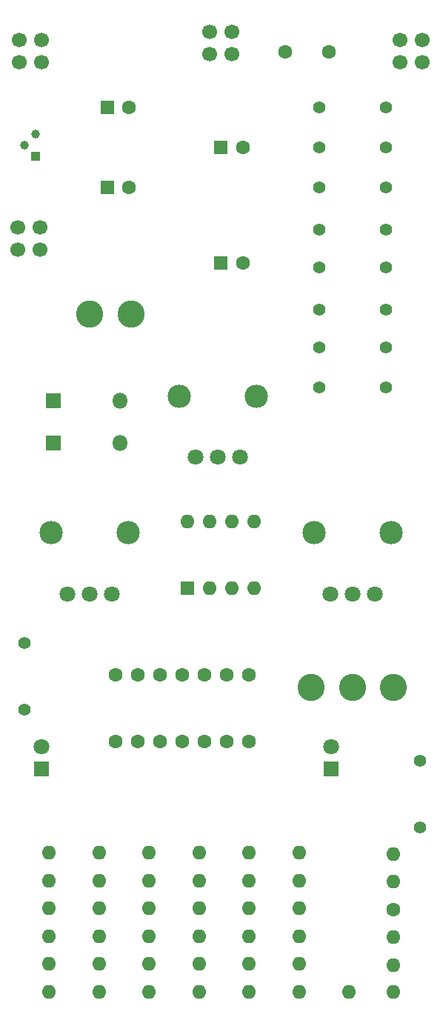
<source format=gbr>
G04 #@! TF.GenerationSoftware,KiCad,Pcbnew,(5.0.0-rc2-dev-311-g1dd4af297)*
G04 #@! TF.CreationDate,2018-04-22T13:53:34-07:00*
G04 #@! TF.ProjectId,workshop_drum1.2,776F726B73686F705F6472756D312E32,rev?*
G04 #@! TF.SameCoordinates,Original*
G04 #@! TF.FileFunction,Soldermask,Top*
G04 #@! TF.FilePolarity,Negative*
%FSLAX46Y46*%
G04 Gerber Fmt 4.6, Leading zero omitted, Abs format (unit mm)*
G04 Created by KiCad (PCBNEW (5.0.0-rc2-dev-311-g1dd4af297)) date 04/22/18 13:53:34*
%MOMM*%
%LPD*%
G01*
G04 APERTURE LIST*
%ADD10C,3.100000*%
%ADD11C,1.700000*%
%ADD12C,1.600000*%
%ADD13O,1.600000X1.600000*%
%ADD14C,1.397000*%
%ADD15R,1.600000X1.600000*%
%ADD16R,1.800000X1.800000*%
%ADD17C,1.800000*%
%ADD18O,1.800000X1.800000*%
%ADD19R,1.000000X1.000000*%
%ADD20C,1.000000*%
%ADD21C,2.667000*%
%ADD22C,1.803400*%
G04 APERTURE END LIST*
D10*
X167636000Y-115062000D03*
X162936000Y-115062000D03*
X158236000Y-115062000D03*
X132936000Y-72400000D03*
X137636000Y-72400000D03*
D11*
X149206000Y-40130000D03*
X146666000Y-40130000D03*
X146666000Y-42670000D03*
X149206000Y-42670000D03*
X127254000Y-65024000D03*
X127254000Y-62484000D03*
X124714000Y-62484000D03*
X124714000Y-65024000D03*
D12*
X148590000Y-121285000D03*
X148590000Y-113665000D03*
D13*
X167640000Y-149860000D03*
X128270000Y-149860000D03*
X133985000Y-149860000D03*
X139700000Y-149860000D03*
X145415000Y-149860000D03*
X151130000Y-149860000D03*
X133985000Y-143510000D03*
X133985000Y-133985000D03*
X133985000Y-140335000D03*
X133985000Y-146685000D03*
X133985000Y-137160000D03*
X128270000Y-133985000D03*
X128270000Y-146685000D03*
X128270000Y-143510000D03*
X128270000Y-140335000D03*
X128270000Y-137160000D03*
X145415000Y-143510000D03*
X145415000Y-133985000D03*
X139700000Y-137160000D03*
X145415000Y-146685000D03*
X139700000Y-133985000D03*
X145415000Y-137160000D03*
X139700000Y-146685000D03*
X139700000Y-143510000D03*
X145415000Y-140335000D03*
X139700000Y-140335000D03*
X151130000Y-146685000D03*
X151130000Y-133985000D03*
X151130000Y-143510000D03*
X151130000Y-140335000D03*
X156845000Y-143510000D03*
X156845000Y-146685000D03*
X156845000Y-137160000D03*
X156845000Y-133985000D03*
X156845000Y-140335000D03*
X151130000Y-137160000D03*
X162560000Y-149860000D03*
X156845000Y-149860000D03*
D12*
X135890000Y-121285000D03*
X138430000Y-121285000D03*
X140970000Y-121285000D03*
X143510000Y-121285000D03*
X146050000Y-121285000D03*
X151130000Y-121285000D03*
X135890000Y-113665000D03*
X138430000Y-113665000D03*
X140970000Y-113665000D03*
X143510000Y-113665000D03*
X146050000Y-113665000D03*
X151130000Y-113665000D03*
D11*
X127436000Y-43670000D03*
X127436000Y-41130000D03*
X124896000Y-41130000D03*
X124896000Y-43670000D03*
X170942000Y-43670000D03*
X170942000Y-41130000D03*
X168402000Y-41130000D03*
X168402000Y-43670000D03*
D14*
X159126000Y-71882000D03*
X166746000Y-71882000D03*
D15*
X144126000Y-103710000D03*
D13*
X151746000Y-96090000D03*
X146666000Y-103710000D03*
X149206000Y-96090000D03*
X149206000Y-103710000D03*
X146666000Y-96090000D03*
X151746000Y-103710000D03*
X144126000Y-96090000D03*
X167640000Y-134112000D03*
X167640000Y-143637000D03*
X167640000Y-137287000D03*
D12*
X167640000Y-140462000D03*
D13*
X167640000Y-146812000D03*
D16*
X127436000Y-124400000D03*
D17*
X127436000Y-121860000D03*
X160528000Y-121860000D03*
D16*
X160528000Y-124400000D03*
D12*
X160274000Y-42418000D03*
X155274000Y-42418000D03*
X137436000Y-57912000D03*
D15*
X134936000Y-57912000D03*
X147936000Y-53340000D03*
D12*
X150436000Y-53340000D03*
X137436000Y-48768000D03*
D15*
X134936000Y-48768000D03*
X147936000Y-66548000D03*
D12*
X150436000Y-66548000D03*
D18*
X136398000Y-87122000D03*
D16*
X128778000Y-87122000D03*
X128778000Y-82296000D03*
D18*
X136398000Y-82296000D03*
D14*
X170688000Y-123444000D03*
X170688000Y-131064000D03*
X159126000Y-48768000D03*
X166746000Y-48768000D03*
X166746000Y-67056000D03*
X159126000Y-67056000D03*
X166746000Y-62738000D03*
X159126000Y-62738000D03*
X166746000Y-80772000D03*
X159126000Y-80772000D03*
X125476000Y-117602000D03*
X125476000Y-109982000D03*
X159126000Y-76250000D03*
X166746000Y-76250000D03*
X166746000Y-53340000D03*
X159126000Y-53340000D03*
X159126000Y-57912000D03*
X166746000Y-57912000D03*
D19*
X126746000Y-54356000D03*
D20*
X126746000Y-51816000D03*
X125476000Y-53086000D03*
D21*
X167330363Y-97401843D03*
X158541963Y-97401843D03*
D22*
X160396163Y-104412243D03*
X162936163Y-104412243D03*
X165476163Y-104412243D03*
X135476163Y-104412243D03*
X132936163Y-104412243D03*
X130396163Y-104412243D03*
D21*
X128541963Y-97401843D03*
X137330363Y-97401843D03*
X151968363Y-81789843D03*
X143179963Y-81789843D03*
D22*
X145034163Y-88800243D03*
X147574163Y-88800243D03*
X150114163Y-88800243D03*
M02*

</source>
